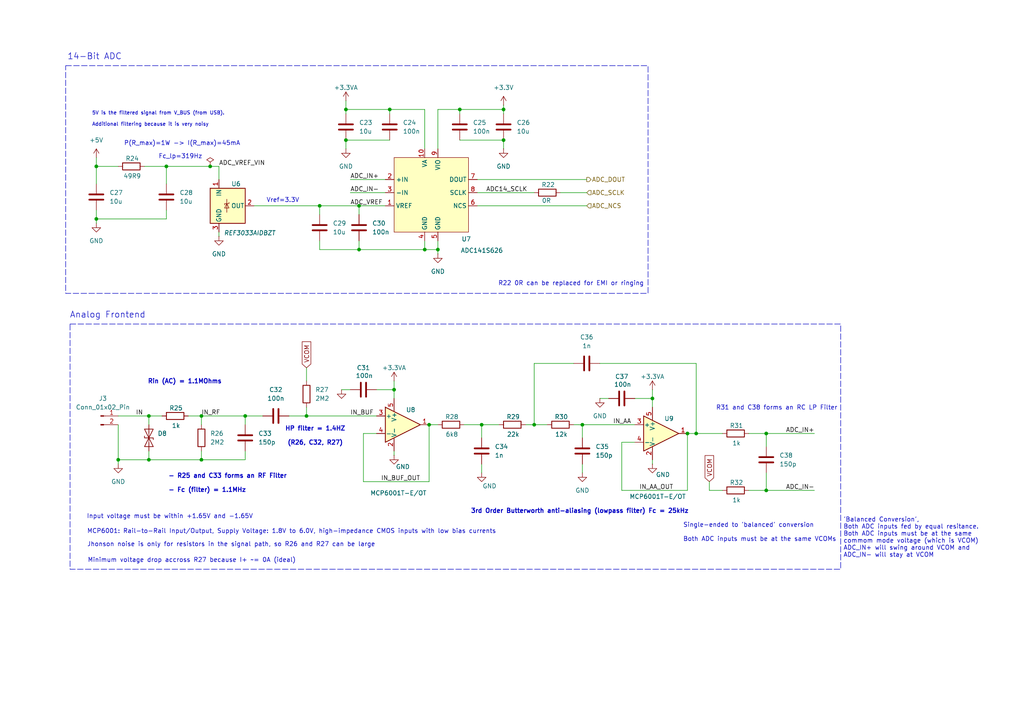
<source format=kicad_sch>
(kicad_sch (version 20231120) (generator "eeschema") (generator_version "8.0")
  (paper "A4")
  (lib_symbols
    (symbol "Amplifier_Operational:MCP6001-OT" (pin_names (offset 0.127))
      (property "Reference" "U" (at -1.27 6.35 0))
      (property "Value" "MCP6001-OT" (at -1.27 3.81 0))
      (symbol "MCP6001-OT_0_1"
        (polyline (pts (xy -5.08 5.08) (xy 5.08 0) (xy -5.08 -5.08) (xy -5.08 5.08)) (stroke (width 0.254)) (fill (type background)))
        (pin power_in line (at -2.54 -7.62 90) (length 3.81) (name "V-") (number "2"))
        (pin power_in line (at -2.54 7.62 270) (length 3.81) (name "V+") (number "5"))
      )
      (symbol "MCP6001-OT_1_1"
        (pin output line (at 7.62 0 180) (length 2.54) (name "~") (number "1"))
        (pin input line (at -7.62 2.54 0) (length 2.54) (name "+") (number "3"))
        (pin input line (at -7.62 -2.54 0) (length 2.54) (name "-") (number "4"))
      )
    )
    (symbol "Connector:Conn_01x02_Pin" (pin_names (offset 1.016) hide)
      (property "Reference" "J" (at 0 2.54 0))
      (property "Value" "Conn_01x02_Pin" (at 0 -5.08 0))
      (symbol "Conn_01x02_Pin_1_1"
        (polyline (pts (xy 1.27 -2.54) (xy 0.8636 -2.54)) (stroke (width 0.1524)))
        (polyline (pts (xy 1.27 0) (xy 0.8636 0)) (stroke (width 0.1524)))
        (rectangle (start 0.8636 -2.413) (end 0 -2.667) (stroke (width 0.1524)) (fill (type outline)))
        (rectangle (start 0.8636 0.127) (end 0 -0.127) (stroke (width 0.1524)) (fill (type outline)))
        (pin passive line (at 5.08 0 180) (length 3.81) (name "Pin_1") (number "1"))
        (pin passive line (at 5.08 -2.54 180) (length 3.81) (name "Pin_2") (number "2"))
      )
    )
    (symbol "Device:C" (pin_numbers hide) (pin_names (offset 0.254))
      (property "Reference" "C" (at 0.635 2.54 0))
      (property "Value" "C" (at 0.635 -2.54 0))
      (symbol "C_0_1"
        (polyline (pts (xy -2.032 -0.762) (xy 2.032 -0.762)) (stroke (width 0.508)))
        (polyline (pts (xy -2.032 0.762) (xy 2.032 0.762)) (stroke (width 0.508)))
      )
      (symbol "C_1_1"
        (pin passive line (at 0 3.81 270) (length 2.794) (name "~") (number "1"))
        (pin passive line (at 0 -3.81 90) (length 2.794) (name "~") (number "2"))
      )
    )
    (symbol "Device:R" (pin_numbers hide) (pin_names (offset 0))
      (property "Reference" "R" (at 2.032 0 90))
      (property "Value" "R" (at 0 0 90))
      (symbol "R_0_1"
        (rectangle (start -1.016 -2.54) (end 1.016 2.54) (stroke (width 0.254)))
      )
      (symbol "R_1_1"
        (pin passive line (at 0 3.81 270) (length 1.27) (name "~") (number "1"))
        (pin passive line (at 0 -3.81 90) (length 1.27) (name "~") (number "2"))
      )
    )
    (symbol "Diode:ESD9B3.3ST5G" (pin_numbers hide) (pin_names (offset 1.016) hide)
      (property "Reference" "D" (at 0 2.54 0))
      (property "Value" "ESD9B3.3ST5G" (at 0 -2.54 0))
      (symbol "ESD9B3.3ST5G_0_1"
        (polyline (pts (xy 1.27 0) (xy -1.27 0)))
        (polyline (pts (xy -2.54 -1.27) (xy 0 0) (xy -2.54 1.27) (xy -2.54 -1.27)) (stroke (width 0.2032)))
        (polyline (pts (xy 0.508 1.27) (xy 0 1.27) (xy 0 -1.27) (xy -0.508 -1.27)) (stroke (width 0.2032)))
        (polyline (pts (xy 2.54 1.27) (xy 2.54 -1.27) (xy 0 0) (xy 2.54 1.27)) (stroke (width 0.2032)))
      )
      (symbol "ESD9B3.3ST5G_1_1"
        (pin passive line (at -3.81 0 0) (length 2.54) (name "A1") (number "1"))
        (pin passive line (at 3.81 0 180) (length 2.54) (name "A2") (number "2"))
      )
    )
    (symbol "Private_KiCad8:ADC161S626"
      (property "Reference" "U" (at 9.652 3.556 0))
      (property "Value" "ADC161S626" (at 13.716 -22.606 0))
      (symbol "ADC161S626_0_0"
        (pin input line (at -10.16 -12.7 0) (length 2.54) (name "VREF") (number "1"))
        (pin power_in line (at 1.27 3.81 270) (length 2.54) (name "VA") (number "10"))
        (pin input line (at -10.16 -5.08 0) (length 2.54) (name "+IN") (number "2"))
        (pin input line (at -10.16 -8.89 0) (length 2.54) (name "-IN") (number "3"))
        (pin power_in line (at 1.27 -22.86 90) (length 2.54) (name "GND") (number "4"))
        (pin power_in line (at 5.08 -22.86 90) (length 2.54) (name "GND") (number "5"))
        (pin input line (at 16.51 -12.7 180) (length 2.54) (name "NCS") (number "6"))
        (pin output line (at 16.51 -5.08 180) (length 2.54) (name "DOUT") (number "7"))
        (pin input line (at 16.51 -8.89 180) (length 2.54) (name "SCLK") (number "8"))
        (pin power_in line (at 5.08 3.81 270) (length 2.54) (name "VIO") (number "9"))
      )
      (symbol "ADC161S626_1_1"
        (rectangle (start -7.62 1.27) (end 13.97 -20.32) (fill (type background)))
      )
    )
    (symbol "Reference_Voltage:REF3033" (pin_names (offset 0.254))
      (property "Reference" "U" (at 0 6.35 0))
      (property "Value" "REF3033" (at 2.54 -6.35 0))
      (symbol "REF3033_0_1"
        (rectangle (start -5.08 5.08) (end 5.08 -5.08) (stroke (width 0.254)) (fill (type background)))
        (polyline (pts (xy -0.254 1.905) (xy -0.254 -1.905)))
        (polyline (pts (xy -0.889 -0.635) (xy 0.381 -0.635) (xy -0.254 0.635) (xy -0.889 -0.635)))
        (polyline (pts (xy 0.381 1.016) (xy 0.381 0.635) (xy -0.889 0.635) (xy -0.889 0.254)))
      )
      (symbol "REF3033_1_1"
        (pin power_in line (at -2.54 7.62 270) (length 2.54) (name "IN") (number "1"))
        (pin power_out line (at 7.62 0 180) (length 2.54) (name "OUT") (number "2"))
        (pin power_in line (at -2.54 -7.62 90) (length 2.54) (name "GND") (number "3"))
      )
    )
    (symbol "power:+3.3V" (power) (pin_numbers hide) (pin_names (offset 0) hide)
      (property "Value" "+3.3V" (at 0 3.556 0))
      (symbol "+3.3V_0_1"
        (polyline (pts (xy -0.762 1.27) (xy 0 2.54)))
        (polyline (pts (xy 0 0) (xy 0 2.54)))
        (polyline (pts (xy 0 2.54) (xy 0.762 1.27)))
      )
      (symbol "+3.3V_1_1"
        (pin power_in line (at 0 0 90) (length 0) (name "~") (number "1"))
      )
    )
    (symbol "power:+3.3VA" (power) (pin_numbers hide) (pin_names (offset 0) hide)
      (property "Value" "+3.3VA" (at 0 3.556 0))
      (symbol "+3.3VA_0_1"
        (polyline (pts (xy -0.762 1.27) (xy 0 2.54)))
        (polyline (pts (xy 0 0) (xy 0 2.54)))
        (polyline (pts (xy 0 2.54) (xy 0.762 1.27)))
      )
      (symbol "+3.3VA_1_1"
        (pin power_in line (at 0 0 90) (length 0) (name "~") (number "1"))
      )
    )
    (symbol "power:+5V" (power) (pin_numbers hide) (pin_names (offset 0) hide)
      (property "Value" "+5V" (at 0 3.556 0))
      (symbol "+5V_0_1"
        (polyline (pts (xy -0.762 1.27) (xy 0 2.54)))
        (polyline (pts (xy 0 0) (xy 0 2.54)))
        (polyline (pts (xy 0 2.54) (xy 0.762 1.27)))
      )
      (symbol "+5V_1_1"
        (pin power_in line (at 0 0 90) (length 0) (name "~") (number "1"))
      )
    )
    (symbol "power:GND" (power) (pin_numbers hide) (pin_names (offset 0) hide)
      (property "Value" "GND" (at 0 -3.81 0))
      (symbol "GND_0_1"
        (polyline (pts (xy 0 0) (xy 0 -1.27) (xy 1.27 -1.27) (xy 0 -2.54) (xy -1.27 -1.27) (xy 0 -1.27)))
      )
      (symbol "GND_1_1"
        (pin power_in line (at 0 0 270) (length 0) (name "~") (number "1"))
      )
    )
    (symbol "power:PWR_FLAG" (power) (pin_numbers hide) (pin_names (offset 0) hide)
      (property "Value" "PWR_FLAG" (at 0 3.81 0))
      (symbol "PWR_FLAG_0_0"
        (pin power_out line (at 0 0 90) (length 0) (name "~") (number "1"))
      )
      (symbol "PWR_FLAG_0_1"
        (polyline (pts (xy 0 0) (xy 0 1.27) (xy -1.016 1.905) (xy 0 2.54) (xy 1.016 1.905) (xy 0 1.27)))
      )
    )
  )
  (junction (at 123.19 72.39))
  (junction (at 139.7 123.19))
  (junction (at 168.91 123.19))
  (junction (at 146.05 31.75))
  (junction (at 48.26 48.26))
  (junction (at 113.03 31.75))
  (junction (at 34.29 133.35))
  (junction (at 124.46 123.19))
  (junction (at 222.25 125.73))
  (junction (at 60.96 48.26))
  (junction (at 133.35 31.75))
  (junction (at 88.9 120.65))
  (junction (at 92.71 59.69))
  (junction (at 58.42 120.65))
  (junction (at 104.14 72.39))
  (junction (at 127 72.39))
  (junction (at 146.05 40.64))
  (junction (at 58.42 133.35))
  (junction (at 100.33 40.64))
  (junction (at 154.94 123.19))
  (junction (at 104.14 59.69))
  (junction (at 27.94 48.26))
  (junction (at 199.39 125.73))
  (junction (at 222.25 142.24))
  (junction (at 201.93 125.73))
  (junction (at 71.12 120.65))
  (junction (at 189.23 115.57))
  (junction (at 43.18 133.35))
  (junction (at 114.3 113.03))
  (junction (at 27.94 63.5))
  (junction (at 100.33 31.75))
  (junction (at 43.18 120.65))
  (wire (pts (xy 83.82 120.65) (xy 88.9 120.65)))
  (wire (pts (xy 27.94 63.5) (xy 27.94 64.77)))
  (wire (pts (xy 92.71 69.85) (xy 92.71 72.39)))
  (wire (pts (xy 168.91 123.19) (xy 184.15 123.19)))
  (wire (pts (xy 43.18 130.81) (xy 43.18 133.35)))
  (wire (pts (xy 189.23 133.35) (xy 189.23 134.62)))
  (wire (pts (xy 100.33 40.64) (xy 100.33 43.18)))
  (wire (pts (xy 154.94 105.41) (xy 154.94 123.19)))
  (wire (pts (xy 71.12 120.65) (xy 71.12 123.19)))
  (wire (pts (xy 180.34 128.27) (xy 184.15 128.27)))
  (wire (pts (xy 173.99 105.41) (xy 201.93 105.41)))
  (wire (pts (xy 139.7 123.19) (xy 144.78 123.19)))
  (wire (pts (xy 43.18 120.65) (xy 46.99 120.65)))
  (wire (pts (xy 27.94 53.34) (xy 27.94 48.26)))
  (wire (pts (xy 222.25 125.73) (xy 236.22 125.73)))
  (wire (pts (xy 199.39 125.73) (xy 201.93 125.73)))
  (wire (pts (xy 48.26 48.26) (xy 48.26 53.34)))
  (wire (pts (xy 205.74 142.24) (xy 205.74 139.7)))
  (wire (pts (xy 123.19 69.85) (xy 123.19 72.39)))
  (wire (pts (xy 113.03 31.75) (xy 123.19 31.75)))
  (wire (pts (xy 133.35 31.75) (xy 146.05 31.75)))
  (wire (pts (xy 139.7 123.19) (xy 139.7 127)))
  (wire (pts (xy 222.25 137.16) (xy 222.25 142.24)))
  (wire (pts (xy 88.9 106.68) (xy 88.9 110.49)))
  (wire (pts (xy 58.42 133.35) (xy 71.12 133.35)))
  (wire (pts (xy 222.25 142.24) (xy 217.17 142.24)))
  (wire (pts (xy 48.26 60.96) (xy 48.26 63.5)))
  (wire (pts (xy 105.41 125.73) (xy 109.22 125.73)))
  (wire (pts (xy 71.12 120.65) (xy 76.2 120.65)))
  (wire (pts (xy 34.29 120.65) (xy 43.18 120.65)))
  (wire (pts (xy 48.26 63.5) (xy 27.94 63.5)))
  (wire (pts (xy 138.43 55.88) (xy 154.94 55.88)))
  (wire (pts (xy 205.74 142.24) (xy 209.55 142.24)))
  (wire (pts (xy 34.29 123.19) (xy 34.29 133.35)))
  (wire (pts (xy 63.5 48.26) (xy 60.96 48.26)))
  (wire (pts (xy 199.39 125.73) (xy 199.39 142.24)))
  (wire (pts (xy 114.3 130.81) (xy 114.3 132.08)))
  (wire (pts (xy 217.17 125.73) (xy 222.25 125.73)))
  (wire (pts (xy 124.46 123.19) (xy 124.46 139.7)))
  (wire (pts (xy 114.3 113.03) (xy 114.3 115.57)))
  (wire (pts (xy 58.42 130.81) (xy 58.42 133.35)))
  (wire (pts (xy 92.71 59.69) (xy 104.14 59.69)))
  (wire (pts (xy 127 31.75) (xy 127 43.18)))
  (wire (pts (xy 105.41 139.7) (xy 105.41 125.73)))
  (wire (pts (xy 152.4 123.19) (xy 154.94 123.19)))
  (wire (pts (xy 184.15 115.57) (xy 189.23 115.57)))
  (wire (pts (xy 27.94 48.26) (xy 34.29 48.26)))
  (wire (pts (xy 123.19 72.39) (xy 127 72.39)))
  (wire (pts (xy 101.6 52.07) (xy 111.76 52.07)))
  (wire (pts (xy 113.03 33.02) (xy 113.03 31.75)))
  (wire (pts (xy 104.14 69.85) (xy 104.14 72.39)))
  (wire (pts (xy 101.6 55.88) (xy 111.76 55.88)))
  (wire (pts (xy 166.37 105.41) (xy 154.94 105.41)))
  (wire (pts (xy 63.5 48.26) (xy 63.5 52.07)))
  (wire (pts (xy 123.19 31.75) (xy 123.19 43.18)))
  (wire (pts (xy 180.34 142.24) (xy 199.39 142.24)))
  (wire (pts (xy 146.05 31.75) (xy 146.05 30.48)))
  (wire (pts (xy 114.3 110.49) (xy 114.3 113.03)))
  (wire (pts (xy 154.94 123.19) (xy 158.75 123.19)))
  (wire (pts (xy 168.91 134.62) (xy 168.91 137.16)))
  (wire (pts (xy 236.22 142.24) (xy 222.25 142.24)))
  (wire (pts (xy 162.56 55.88) (xy 170.18 55.88)))
  (wire (pts (xy 138.43 52.07) (xy 170.18 52.07)))
  (wire (pts (xy 60.96 48.26) (xy 48.26 48.26)))
  (wire (pts (xy 176.53 115.57) (xy 173.99 115.57)))
  (wire (pts (xy 105.41 139.7) (xy 124.46 139.7)))
  (wire (pts (xy 127 72.39) (xy 127 73.66)))
  (wire (pts (xy 100.33 40.64) (xy 113.03 40.64)))
  (wire (pts (xy 138.43 59.69) (xy 170.18 59.69)))
  (wire (pts (xy 201.93 125.73) (xy 209.55 125.73)))
  (wire (pts (xy 189.23 115.57) (xy 189.23 118.11)))
  (wire (pts (xy 104.14 72.39) (xy 123.19 72.39)))
  (wire (pts (xy 43.18 120.65) (xy 43.18 123.19)))
  (wire (pts (xy 41.91 48.26) (xy 48.26 48.26)))
  (wire (pts (xy 201.93 105.41) (xy 201.93 125.73)))
  (wire (pts (xy 54.61 120.65) (xy 58.42 120.65)))
  (wire (pts (xy 63.5 67.31) (xy 63.5 68.58)))
  (wire (pts (xy 101.6 113.03) (xy 99.06 113.03)))
  (wire (pts (xy 71.12 130.81) (xy 71.12 133.35)))
  (wire (pts (xy 127 69.85) (xy 127 72.39)))
  (wire (pts (xy 146.05 40.64) (xy 146.05 43.18)))
  (wire (pts (xy 34.29 133.35) (xy 34.29 134.62)))
  (wire (pts (xy 166.37 123.19) (xy 168.91 123.19)))
  (wire (pts (xy 134.62 123.19) (xy 139.7 123.19)))
  (wire (pts (xy 133.35 31.75) (xy 127 31.75)))
  (wire (pts (xy 180.34 142.24) (xy 180.34 128.27)))
  (wire (pts (xy 104.14 59.69) (xy 111.76 59.69)))
  (wire (pts (xy 58.42 120.65) (xy 71.12 120.65)))
  (wire (pts (xy 139.7 134.62) (xy 139.7 137.16)))
  (wire (pts (xy 104.14 62.23) (xy 104.14 59.69)))
  (wire (pts (xy 27.94 60.96) (xy 27.94 63.5)))
  (wire (pts (xy 88.9 120.65) (xy 109.22 120.65)))
  (wire (pts (xy 92.71 72.39) (xy 104.14 72.39)))
  (wire (pts (xy 222.25 125.73) (xy 222.25 129.54)))
  (wire (pts (xy 73.66 59.69) (xy 92.71 59.69)))
  (wire (pts (xy 43.18 133.35) (xy 58.42 133.35)))
  (wire (pts (xy 92.71 59.69) (xy 92.71 62.23)))
  (wire (pts (xy 189.23 113.03) (xy 189.23 115.57)))
  (wire (pts (xy 88.9 118.11) (xy 88.9 120.65)))
  (wire (pts (xy 133.35 33.02) (xy 133.35 31.75)))
  (wire (pts (xy 146.05 31.75) (xy 146.05 33.02)))
  (wire (pts (xy 168.91 123.19) (xy 168.91 127)))
  (wire (pts (xy 124.46 123.19) (xy 127 123.19)))
  (wire (pts (xy 100.33 31.75) (xy 100.33 33.02)))
  (wire (pts (xy 109.22 113.03) (xy 114.3 113.03)))
  (wire (pts (xy 133.35 40.64) (xy 146.05 40.64)))
  (wire (pts (xy 34.29 133.35) (xy 43.18 133.35)))
  (wire (pts (xy 58.42 120.65) (xy 58.42 123.19)))
  (wire (pts (xy 113.03 31.75) (xy 100.33 31.75)))
  (wire (pts (xy 27.94 45.72) (xy 27.94 48.26)))
  (wire (pts (xy 100.33 29.21) (xy 100.33 31.75)))
  (rectangle (start 19.05 19.05) (end 187.96 85.09) (stroke (width 0) (type dash)))
  (rectangle (start 20.32 93.98) (end 243.84 165.1) (stroke (width 0) (type dash)))
  (text "14-Bit ADC" (at 27.432 16.51 0) (effects (font (size 1.778 1.778))))
  (text "HP filter = 1.4HZ\n\n(R26, C32, R27)" (at 91.44 126.492 0) (effects (font (size 1.27 1.27) (thickness 0.254) (bold yes))))
  (text "'Balanced Conversion', \nBoth ADC inputs fed by equal resitance.\nBoth ADC inputs must be at the same\ncommom mode voltage (which is VCOM)\nADC_IN+ will swing around VCOM and\nADC_IN- will stay at VCOM" (at 244.602 155.956 0) (effects (font (size 1.27 1.27)) (justify left)))
  (text "MCP6001: Rail-to-Rail Input/Output, Supply Voltage: 1.8V to 6.0V, high-impedance CMOS inputs with low bias currents" (at 84.582 154.178 0) (effects (font (size 1.27 1.27))))
  (text "Rin (AC) = 1.1MOhms" (at 53.594 110.744 0) (effects (font (size 1.27 1.27) (thickness 0.254) (bold yes))))
  (text "Vref=3.3V" (at 82.042 58.166 0) (effects (font (size 1.27 1.27))))
  (text "P(R_max)=1W -> I(R_max)=45mA" (at 52.832 41.656 0) (effects (font (size 1.27 1.27))))
  (text "R31 and C38 forms an RC LP Filter" (at 225.298 118.364 0) (effects (font (size 1.27 1.27))))
  (text "Analog Frontend" (at 31.242 91.44 0) (effects (font (size 1.778 1.778))))
  (text "Fc_lp=319Hz" (at 52.324 45.466 0) (effects (font (size 1.27 1.27))))
  (text "3rd Order Butterworth anti-aliasing (lowpass filter) Fc = 25kHz" (at 168.148 148.336 0) (effects (font (size 1.27 1.27) (thickness 0.254) (bold yes))))
  (text "Single-ended to 'balanced' conversion\n\nBoth ADC inputs must be at the same VCOMs" (at 198.12 154.432 0) (effects (font (size 1.27 1.27)) (justify left)))
  (text "5V is the filtered signal from V_BUS (from USB).\n\nAdditional filtering because it is very noisy" (at 26.67 34.544 0) (effects (font (size 1.016 1.016)) (justify left)))
  (text "Minimum voltage drop accross R27 because I+ ~= 0A (ideal)\n" (at 55.626 162.56 0) (effects (font (size 1.27 1.27))))
  (text "R22 0R can be replaced for EMI or ringing " (at 166.116 82.296 0) (effects (font (size 1.27 1.27))))
  (text "Input voltage must be within +1.65V and -1.65V" (at 49.276 149.86 0) (effects (font (size 1.27 1.27))))
  (text "- R25 and C33 forms an RF Filter\n\n- Fc (filter) = 1.1MHz" (at 48.768 140.208 0) (effects (font (size 1.27 1.27) (thickness 0.254) (bold yes)) (justify left)))
  (text "Jhonson noise is only for resistors in the signal path, so R26 and R27 can be large" (at 67.056 157.988 0) (effects (font (size 1.27 1.27))))
  (label "ADC_IN-" (at 236.22 142.24 180))
  (label "IN_AA" (at 177.8 123.19 0))
  (label "IN_BUF_OUT" (at 110.49 139.7 0))
  (label "ADC_IN+" (at 236.22 125.73 180))
  (label "IN_BUF" (at 101.6 120.65 0))
  (label "ADC14_SCLK" (at 140.97 55.88 0))
  (label "IN" (at 39.37 120.65 0))
  (label "IN_AA_OUT" (at 185.42 142.24 0))
  (label "ADC_VREF" (at 101.6 59.69 0))
  (label "ADC_IN+" (at 101.6 52.07 0))
  (label "IN_RF" (at 58.42 120.65 0))
  (label "ADC_VREF_VIN" (at 63.5 48.26 0))
  (label "ADC_IN-" (at 101.6 55.88 0))
  (global_label "VCOM" (shape input) (at 88.9 106.68 90) (property "Intersheetrefs" "${INTERSHEET_REFS}" (effects (hide yes))))
  (global_label "VCOM" (shape input) (at 205.74 139.7 90) (property "Intersheetrefs" "${INTERSHEET_REFS}" (effects (hide yes))))
  (hierarchical_label "ADC_NCS" (shape input) (at 170.18 59.69 0))
  (hierarchical_label "ADC_SCLK" (shape input) (at 170.18 55.88 0))
  (hierarchical_label "ADC_DOUT" (shape output) (at 170.18 52.07 0))
  (symbol (lib_id "Device:R") (at 213.36 142.24 90) (unit 1)
    (property "Reference" "R32" (at 213.614 139.954 90))
    (property "Value" "1k" (at 213.614 145.034 90))
    (property "Footprint" "Resistor_SMD:R_0402_1005Metric" (effects (hide yes)))
    (property "Description" "Resistor" (effects (hide yes)))
  )
  (symbol (lib_id "power:GND") (at 168.91 137.16 0) (unit 1)
    (property "Reference" "#PWR057" (effects (hide yes)))
    (property "Value" "GND" (at 168.91 142.24 0))
    (property "Description" "Power symbol creates a global label with name \"GND\" , ground" (effects (hide yes)))
  )
  (symbol (lib_id "Device:C") (at 71.12 127 0) (unit 1)
    (property "Reference" "C33" (at 74.93 125.7299 0) (effects (justify left)))
    (property "Value" "150p" (at 74.93 128.2699 0) (effects (justify left)))
    (property "Footprint" "Capacitor_SMD:C_0402_1005Metric" (effects (hide yes)))
    (property "Description" "Unpolarized capacitor" (effects (hide yes)))
  )
  (symbol (lib_id "Reference_Voltage:REF3033") (at 66.04 59.69 0) (unit 1)
    (property "Reference" "U6" (at 69.85 53.34 0) (effects (justify right)))
    (property "Value" "REF3033AIDBZT" (at 79.756 67.564 0) (effects (font (italic yes)) (justify right)))
    (property "Footprint" "Package_TO_SOT_SMD:SOT-23" (effects (hide yes)))
    (property "Datasheet" "http://www.ti.com/lit/ds/symlink/ref3033.pdf" (effects (hide yes)))
    (property "Description" "3.3V 50-ppm/°C Max, 50-μA, CMOS Voltage Reference, SOT-23-3" (effects (hide yes)))
  )
  (symbol (lib_id "Device:R") (at 130.81 123.19 90) (unit 1)
    (property "Reference" "R28" (at 131.064 120.904 90))
    (property "Value" "6k8" (at 131.064 125.984 90))
    (property "Footprint" "Resistor_SMD:R_0402_1005Metric" (effects (hide yes)))
    (property "Description" "Resistor" (effects (hide yes)))
  )
  (symbol (lib_id "Device:C") (at 105.41 113.03 90) (unit 1)
    (property "Reference" "C31" (at 105.41 106.68 90))
    (property "Value" "100n" (at 105.664 108.966 90))
    (property "Footprint" "Capacitor_SMD:C_0402_1005Metric" (effects (hide yes)))
    (property "Description" "Unpolarized capacitor" (effects (hide yes)))
  )
  (symbol (lib_id "Device:C") (at 27.94 57.15 180) (unit 1)
    (property "Reference" "C27" (at 31.75 55.8799 0) (effects (justify right)))
    (property "Value" "10u" (at 31.75 58.4199 0) (effects (justify right)))
    (property "Footprint" "Capacitor_SMD:C_0603_1608Metric" (effects (hide yes)))
    (property "Description" "Unpolarized capacitor" (effects (hide yes)))
  )
  (symbol (lib_id "Diode:ESD9B3.3ST5G") (at 43.18 127 270) (unit 1)
    (property "Reference" "D8" (at 45.72 125.7299 90) (effects (justify left)))
    (property "Value" "PESD3V3L1BA " (effects (hide yes)))
    (property "Footprint" "Private:PESD3V3L1BA_SOD-323" (effects (hide yes)))
    (property "Datasheet" "https://www.onsemi.com/pub/Collateral/ESD9B-D.PDF" (effects (hide yes)))
    (property "Description" "ESD protection diode, 3.3Vrwm, SOD-923" (effects (hide yes)))
  )
  (symbol (lib_id "power:+3.3VA") (at 189.23 113.03 0) (unit 1)
    (property "Reference" "#PWR054" (effects (hide yes)))
    (property "Value" "+3.3VA" (at 189.23 109.22 0))
    (property "Description" "Power symbol creates a global label with name \"+3.3VA\"" (effects (hide yes)))
  )
  (symbol (lib_id "power:GND") (at 173.99 115.57 0) (unit 1)
    (property "Reference" "#PWR053" (effects (hide yes)))
    (property "Value" "GND" (at 173.99 120.65 0))
    (property "Description" "Power symbol creates a global label with name \"GND\" , ground" (effects (hide yes)))
  )
  (symbol (lib_id "Amplifier_Operational:MCP6001-OT") (at 191.77 125.73 0) (unit 1)
    (property "Reference" "U9" (at 194.056 121.412 0))
    (property "Value" "MCP6001T-E/OT" (at 190.754 144.018 0))
    (property "Footprint" "Package_TO_SOT_SMD:SOT-23-5" (effects (hide yes)))
    (property "Datasheet" "http://ww1.microchip.com/downloads/en/DeviceDoc/21733j.pdf" (effects (hide yes)))
    (property "Description" "1MHz, Low-Power Op Amp, SOT-23-5" (effects (hide yes)))
  )
  (symbol (lib_id "Device:C") (at 180.34 115.57 90) (unit 1)
    (property "Reference" "C37" (at 180.34 109.22 90))
    (property "Value" "100n" (at 180.594 111.506 90))
    (property "Footprint" "Capacitor_SMD:C_0402_1005Metric" (effects (hide yes)))
    (property "Description" "Unpolarized capacitor" (effects (hide yes)))
  )
  (symbol (lib_id "Device:C") (at 104.14 66.04 180) (unit 1)
    (property "Reference" "C30" (at 107.95 64.7699 0) (effects (justify right)))
    (property "Value" "100n" (at 107.95 67.3099 0) (effects (justify right)))
    (property "Footprint" "Capacitor_SMD:C_0402_1005Metric" (effects (hide yes)))
    (property "Description" "Unpolarized capacitor" (effects (hide yes)))
  )
  (symbol (lib_id "Device:C") (at 222.25 133.35 0) (unit 1)
    (property "Reference" "C38" (at 226.06 132.0799 0) (effects (justify left)))
    (property "Value" "150p" (at 226.06 134.6199 0) (effects (justify left)))
    (property "Footprint" "Capacitor_SMD:C_0402_1005Metric" (effects (hide yes)))
    (property "Description" "Unpolarized capacitor" (effects (hide yes)))
  )
  (symbol (lib_id "power:GND") (at 189.23 134.62 0) (unit 1)
    (property "Reference" "#PWR055" (effects (hide yes)))
    (property "Value" "GND" (at 192.278 137.668 0))
    (property "Description" "Power symbol creates a global label with name \"GND\" , ground" (effects (hide yes)))
  )
  (symbol (lib_id "Device:R") (at 50.8 120.65 90) (unit 1)
    (property "Reference" "R25" (at 51.054 118.364 90))
    (property "Value" "1k" (at 51.054 123.444 90))
    (property "Footprint" "Resistor_SMD:R_0402_1005Metric" (effects (hide yes)))
    (property "Description" "Resistor" (effects (hide yes)))
  )
  (symbol (lib_id "Device:C") (at 100.33 36.83 0) (unit 1)
    (property "Reference" "C23" (at 104.14 35.5599 0) (effects (justify left)))
    (property "Value" "10u" (at 104.14 38.0999 0) (effects (justify left)))
    (property "Footprint" "Capacitor_SMD:C_0603_1608Metric" (effects (hide yes)))
    (property "Description" "Unpolarized capacitor" (effects (hide yes)))
  )
  (symbol (lib_id "power:+3.3VA") (at 114.3 110.49 0) (unit 1)
    (property "Reference" "#PWR049" (effects (hide yes)))
    (property "Value" "+3.3VA" (at 114.3 106.68 0))
    (property "Description" "Power symbol creates a global label with name \"+3.3VA\"" (effects (hide yes)))
  )
  (symbol (lib_id "Device:C") (at 48.26 57.15 0) (unit 1)
    (property "Reference" "C28" (at 52.07 55.8799 0) (effects (justify left)))
    (property "Value" "10u" (at 52.07 58.4199 0) (effects (justify left)))
    (property "Footprint" "Capacitor_SMD:C_0603_1608Metric" (effects (hide yes)))
    (property "Description" "Unpolarized capacitor" (effects (hide yes)))
  )
  (symbol (lib_id "Device:R") (at 88.9 114.3 0) (unit 1)
    (property "Reference" "R27" (at 91.44 113.0299 0) (effects (justify left)))
    (property "Value" "2M2" (at 91.44 115.5699 0) (effects (justify left)))
    (property "Footprint" "Resistor_SMD:R_0402_1005Metric" (effects (hide yes)))
    (property "Description" "Resistor" (effects (hide yes)))
  )
  (symbol (lib_id "power:GND") (at 100.33 43.18 0) (unit 1)
    (property "Reference" "#PWR042" (effects (hide yes)))
    (property "Value" "GND" (at 100.33 48.26 0))
    (property "Description" "Power symbol creates a global label with name \"GND\" , ground" (effects (hide yes)))
  )
  (symbol (lib_id "power:PWR_FLAG") (at 60.96 48.26 0) (unit 1)
    (property "Reference" "#FLG06" (effects (hide yes)))
    (property "Value" "PWR_FLAG" (effects (hide yes)))
    (property "Description" "Special symbol for telling ERC where power comes from" (effects (hide yes)))
  )
  (symbol (lib_id "power:GND") (at 127 73.66 0) (unit 1)
    (property "Reference" "#PWR044" (effects (hide yes)))
    (property "Value" "GND" (at 127 78.74 0))
    (property "Description" "Power symbol creates a global label with name \"GND\" , ground" (effects (hide yes)))
  )
  (symbol (lib_id "Device:R") (at 162.56 123.19 90) (unit 1)
    (property "Reference" "R30" (at 162.814 120.904 90))
    (property "Value" "12k" (at 162.814 125.984 90))
    (property "Footprint" "Resistor_SMD:R_0402_1005Metric" (effects (hide yes)))
    (property "Description" "Resistor" (effects (hide yes)))
  )
  (symbol (lib_id "power:GND") (at 34.29 134.62 0) (unit 1)
    (property "Reference" "#PWR045" (effects (hide yes)))
    (property "Value" "GND" (at 34.29 139.7 0))
    (property "Description" "Power symbol creates a global label with name \"GND\" , ground" (effects (hide yes)))
  )
  (symbol (lib_id "power:GND") (at 99.06 113.03 0) (unit 1)
    (property "Reference" "#PWR050" (effects (hide yes)))
    (property "Value" "GND" (effects (hide yes)))
    (property "Description" "Power symbol creates a global label with name \"GND\" , ground" (effects (hide yes)))
  )
  (symbol (lib_id "Device:R") (at 213.36 125.73 90) (unit 1)
    (property "Reference" "R31" (at 213.614 123.444 90))
    (property "Value" "1k" (at 213.614 128.524 90))
    (property "Footprint" "Resistor_SMD:R_0402_1005Metric" (effects (hide yes)))
    (property "Description" "Resistor" (effects (hide yes)))
  )
  (symbol (lib_id "Device:C") (at 133.35 36.83 0) (unit 1)
    (property "Reference" "C25" (at 137.16 35.5599 0) (effects (justify left)))
    (property "Value" "100n" (at 137.16 38.0999 0) (effects (justify left)))
    (property "Footprint" "Capacitor_SMD:C_0402_1005Metric" (effects (hide yes)))
    (property "Description" "Unpolarized capacitor" (effects (hide yes)))
  )
  (symbol (lib_id "power:GND") (at 114.3 132.08 0) (unit 1)
    (property "Reference" "#PWR052" (effects (hide yes)))
    (property "Value" "GND" (at 116.84 135.382 0))
    (property "Description" "Power symbol creates a global label with name \"GND\" , ground" (effects (hide yes)))
  )
  (symbol (lib_id "power:GND") (at 146.05 43.18 0) (unit 1)
    (property "Reference" "#PWR043" (effects (hide yes)))
    (property "Value" "GND" (at 146.05 48.26 0))
    (property "Description" "Power symbol creates a global label with name \"GND\" , ground" (effects (hide yes)))
  )
  (symbol (lib_id "power:GND") (at 27.94 64.77 0) (unit 1)
    (property "Reference" "#PWR046" (effects (hide yes)))
    (property "Value" "GND" (at 27.94 69.85 0))
    (property "Description" "Power symbol creates a global label with name \"GND\" , ground" (effects (hide yes)))
  )
  (symbol (lib_id "Device:R") (at 148.59 123.19 90) (unit 1)
    (property "Reference" "R29" (at 148.844 120.904 90))
    (property "Value" "22k" (at 148.844 125.984 90))
    (property "Footprint" "Resistor_SMD:R_0402_1005Metric" (effects (hide yes)))
    (property "Description" "Resistor" (effects (hide yes)))
  )
  (symbol (lib_id "Device:R") (at 58.42 127 0) (unit 1)
    (property "Reference" "R26" (at 60.96 125.7299 0) (effects (justify left)))
    (property "Value" "2M2" (at 60.96 128.2699 0) (effects (justify left)))
    (property "Footprint" "Resistor_SMD:R_0402_1005Metric" (effects (hide yes)))
    (property "Description" "Resistor" (effects (hide yes)))
  )
  (symbol (lib_id "Amplifier_Operational:MCP6001-OT") (at 116.84 123.19 0) (unit 1)
    (property "Reference" "U8" (at 119.126 118.872 0))
    (property "Value" "MCP6001T-E/OT" (at 115.57 143.002 0))
    (property "Footprint" "Package_TO_SOT_SMD:SOT-23-5" (effects (hide yes)))
    (property "Datasheet" "http://ww1.microchip.com/downloads/en/DeviceDoc/21733j.pdf" (effects (hide yes)))
    (property "Description" "1MHz, Low-Power Op Amp, SOT-23-5" (effects (hide yes)))
  )
  (symbol (lib_id "Device:R") (at 38.1 48.26 90) (unit 1)
    (property "Reference" "R24" (at 38.354 45.974 90))
    (property "Value" "49R9" (at 38.354 51.054 90))
    (property "Footprint" "Resistor_SMD:R_0805_2012Metric" (effects (hide yes)))
    (property "Description" "Resistor" (effects (hide yes)))
  )
  (symbol (lib_id "power:+3.3VA") (at 100.33 29.21 0) (unit 1)
    (property "Reference" "#PWR040" (effects (hide yes)))
    (property "Value" "+3.3VA" (at 100.33 25.4 0))
    (property "Description" "Power symbol creates a global label with name \"+3.3VA\"" (effects (hide yes)))
  )
  (symbol (lib_id "Device:R") (at 158.75 55.88 90) (unit 1)
    (property "Reference" "R22" (at 159.004 53.594 90))
    (property "Value" "0R" (at 158.496 58.166 90))
    (property "Footprint" "Resistor_SMD:R_0603_1608Metric" (effects (hide yes)))
    (property "Description" "Resistor" (effects (hide yes)))
  )
  (symbol (lib_id "power:+5V") (at 27.94 45.72 0) (unit 1)
    (property "Reference" "#PWR047" (effects (hide yes)))
    (property "Value" "+5V" (at 27.94 40.64 0))
    (property "Description" "Power symbol creates a global label with name \"+5V\"" (effects (hide yes)))
  )
  (symbol (lib_id "Connector:Conn_01x02_Pin") (at 29.21 120.65 0) (unit 1)
    (property "Reference" "J3" (at 29.845 115.57 0))
    (property "Value" "Conn_01x02_Pin" (at 29.845 118.11 0))
    (property "Footprint" "Connector_PinHeader_2.54mm:PinHeader_1x02_P2.54mm_Vertical" (effects (hide yes)))
    (property "Description" "Generic connector, single row, 01x02, script generated" (effects (hide yes)))
  )
  (symbol (lib_id "Device:C") (at 146.05 36.83 0) (unit 1)
    (property "Reference" "C26" (at 149.86 35.5599 0) (effects (justify left)))
    (property "Value" "10u" (at 149.86 38.0999 0) (effects (justify left)))
    (property "Footprint" "Capacitor_SMD:C_0603_1608Metric" (effects (hide yes)))
    (property "Description" "Unpolarized capacitor" (effects (hide yes)))
  )
  (symbol (lib_id "Device:C") (at 113.03 36.83 0) (unit 1)
    (property "Reference" "C24" (at 116.84 35.5599 0) (effects (justify left)))
    (property "Value" "100n" (at 116.84 38.0999 0) (effects (justify left)))
    (property "Footprint" "Capacitor_SMD:C_0402_1005Metric" (effects (hide yes)))
    (property "Description" "Unpolarized capacitor" (effects (hide yes)))
  )
  (symbol (lib_id "Private_KiCad8:ADC161S626") (at 121.92 46.99 0) (unit 1)
    (property "Reference" "U7" (at 133.858 69.342 0) (effects (justify left)))
    (property "Value" "ADC141S626" (at 133.604 72.644 0) (effects (justify left)))
    (property "Footprint" "Package_SO:VSSOP-10_3x3mm_P0.5mm" (effects (hide yes)))
  )
  (symbol (lib_id "Device:C") (at 92.71 66.04 180) (unit 1)
    (property "Reference" "C29" (at 96.52 64.7699 0) (effects (justify right)))
    (property "Value" "10u" (at 96.52 67.3099 0) (effects (justify right)))
    (property "Footprint" "Capacitor_SMD:C_0603_1608Metric" (effects (hide yes)))
    (property "Description" "Unpolarized capacitor" (effects (hide yes)))
  )
  (symbol (lib_id "Device:C") (at 170.18 105.41 90) (unit 1)
    (property "Reference" "C36" (at 170.18 97.79 90))
    (property "Value" "1n" (at 170.18 100.33 90))
    (property "Footprint" "Capacitor_SMD:C_0402_1005Metric" (effects (hide yes)))
    (property "Description" "Unpolarized capacitor" (effects (hide yes)))
  )
  (symbol (lib_id "power:+3.3V") (at 146.05 30.48 0) (unit 1)
    (property "Reference" "#PWR041" (effects (hide yes)))
    (property "Value" "+3.3V" (at 146.05 25.4 0))
    (property "Description" "Power symbol creates a global label with name \"+3.3V\"" (effects (hide yes)))
  )
  (symbol (lib_id "power:GND") (at 63.5 68.58 0) (unit 1)
    (property "Reference" "#PWR039" (effects (hide yes)))
    (property "Value" "GND" (at 63.5 73.66 0))
    (property "Description" "Power symbol creates a global label with name \"GND\" , ground" (effects (hide yes)))
  )
  (symbol (lib_id "power:GND") (at 139.7 137.16 0) (unit 1)
    (property "Reference" "#PWR056" (effects (hide yes)))
    (property "Value" "GND" (at 141.986 140.97 0))
    (property "Description" "Power symbol creates a global label with name \"GND\" , ground" (effects (hide yes)))
  )
  (symbol (lib_id "Device:C") (at 168.91 130.81 0) (unit 1)
    (property "Reference" "C35" (at 172.72 129.5399 0) (effects (justify left)))
    (property "Value" "150p" (at 172.72 132.0799 0) (effects (justify left)))
    (property "Footprint" "Capacitor_SMD:C_0402_1005Metric" (effects (hide yes)))
    (property "Description" "Unpolarized capacitor" (effects (hide yes)))
  )
  (symbol (lib_id "Device:C") (at 80.01 120.65 90) (unit 1)
    (property "Reference" "C32" (at 80.01 113.03 90))
    (property "Value" "100n" (at 80.01 115.57 90))
    (property "Footprint" "Capacitor_SMD:C_0402_1005Metric" (effects (hide yes)))
    (property "Description" "Unpolarized capacitor" (effects (hide yes)))
  )
  (symbol (lib_id "Device:C") (at 139.7 130.81 0) (unit 1)
    (property "Reference" "C34" (at 143.51 129.5399 0) (effects (justify left)))
    (property "Value" "1n" (at 143.51 132.0799 0) (effects (justify left)))
    (property "Footprint" "Capacitor_SMD:C_0402_1005Metric" (effects (hide yes)))
    (property "Description" "Unpolarized capacitor" (effects (hide yes)))
  )
)
</source>
